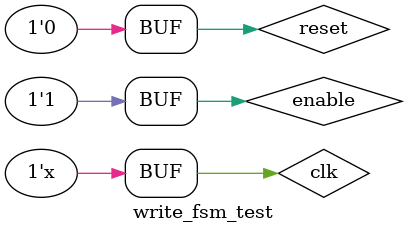
<source format=sv>
`timescale 1ns / 1ps


module write_fsm_test();

  localparam  MEMORY_DEPTH = 8;
  localparam  ADDRESS_WIDTH = $clog2(MEMORY_DEPTH);
  logic clk, reset, enable, write_enable, done;
  logic [ADDRESS_WIDTH-1:0] address;

  write_control #(
  .MEMORY_DEPTH(MEMORY_DEPTH),
  .ADDRESS_WIDTH(ADDRESS_WIDTH)
  )
  FSM_WRITE
  (
  .clk(clk),
  .reset(reset),
  .enable(enable),
  .write_enable(write_enable),
  .done(done),
  .address(address)
  );

  always #5 clk=~clk;
  initial begin
    clk = 1'b0;
    reset = 1'b1;
    enable = 1'b0;
    #10 reset = 1'b0;
    #10 enable = 1'b1;
  end
endmodule

</source>
